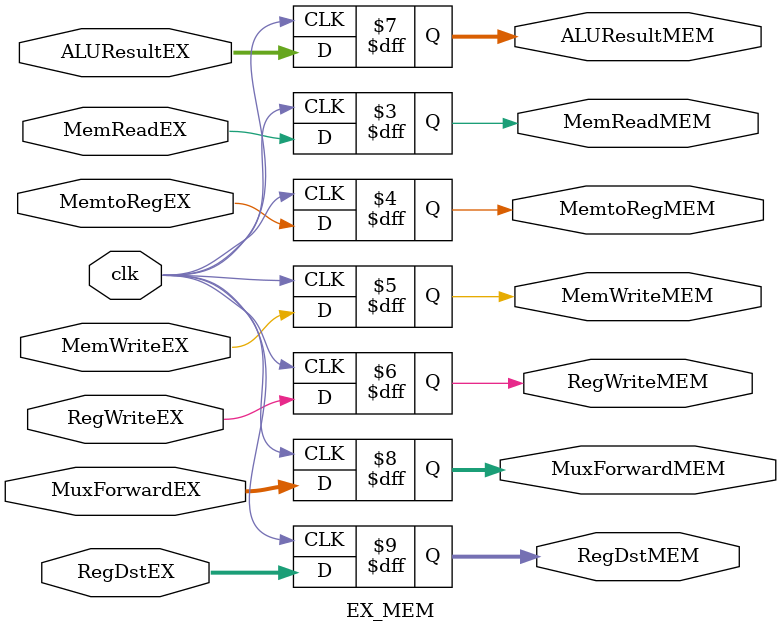
<source format=v>
`timescale 1ns / 1ps


module EX_MEM(MemReadEX, MemtoRegEX, MemWriteEX, RegWriteEX, ALUResultEX, 
MuxForwardEX, RegDstEX, MemReadMEM, MemtoRegMEM, MemWriteMEM, 
RegWriteMEM, ALUResultMEM, MuxForwardMEM, RegDstMEM,clk);
    input MemReadEX, MemtoRegEX, MemWriteEX, RegWriteEX,clk;
    input [31:0] ALUResultEX, MuxForwardEX;
    input [4:0] RegDstEX;
    output reg MemReadMEM, MemtoRegMEM, MemWriteMEM, RegWriteMEM;
    output reg [31:0] ALUResultMEM, MuxForwardMEM;
    output reg [4:0]RegDstMEM;
   
    initial begin
        MemReadMEM<=1'b0;
        MemtoRegMEM<=1'b0;
        MemWriteMEM<=1'b0;
        RegWriteMEM<=1'b0;
    end
    
    always @(posedge clk) begin
        MemReadMEM<=MemReadEX;
        MemtoRegMEM<=MemtoRegEX;
        MemWriteMEM<=MemWriteEX;
        RegWriteMEM<=RegWriteEX;
        ALUResultMEM<=ALUResultEX;
        MuxForwardMEM<=MuxForwardEX;
        RegDstMEM<=RegDstEX;
    end
endmodule

</source>
